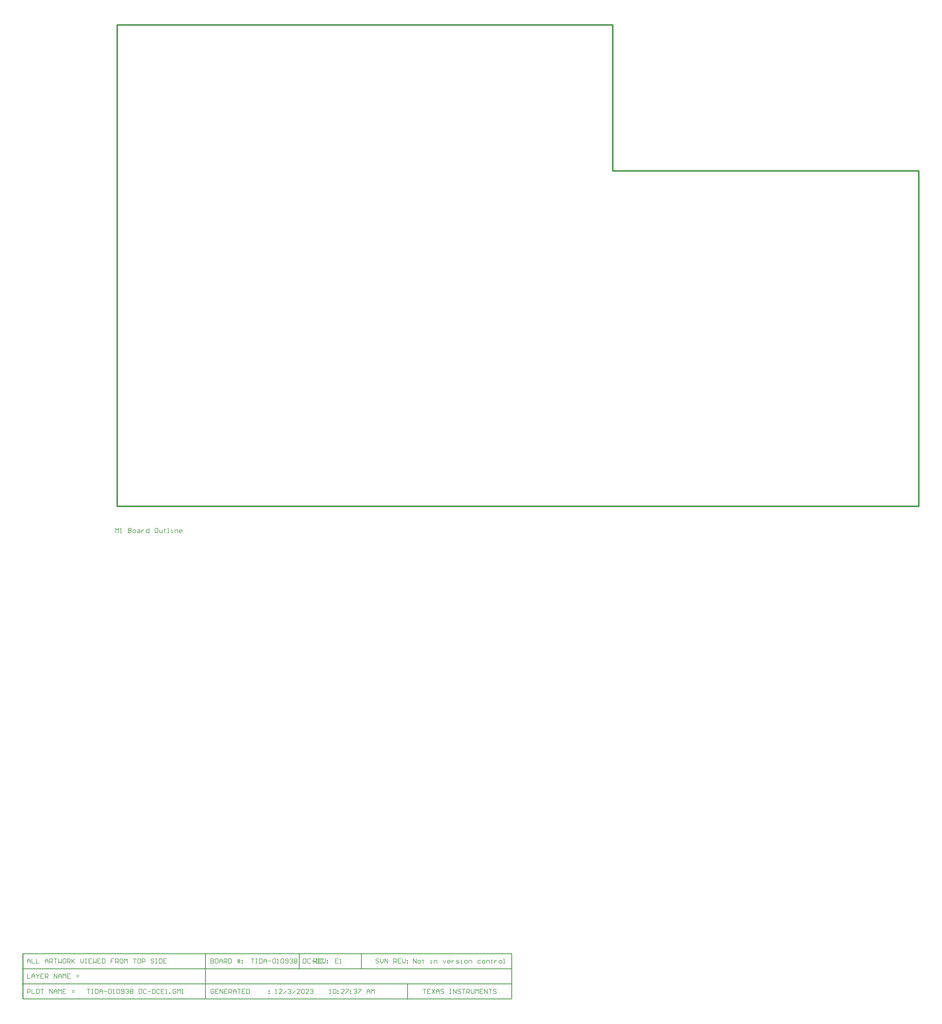
<source format=gm1>
G04*
G04 #@! TF.GenerationSoftware,Altium Limited,Altium Designer,23.1.1 (15)*
G04*
G04 Layer_Color=16711935*
%FSAX44Y44*%
%MOMM*%
G71*
G04*
G04 #@! TF.SameCoordinates,A3571568-9A21-437D-865F-2304E57EA7B7*
G04*
G04*
G04 #@! TF.FilePolarity,Positive*
G04*
G01*
G75*
%ADD13C,0.5000*%
%ADD22C,0.2540*%
%ADD28C,0.2032*%
G04:AMPARAMS|DCode=137|XSize=0.0414mm|YSize=0.063mm|CornerRadius=0mm|HoleSize=0mm|Usage=FLASHONLY|Rotation=84.814|XOffset=0mm|YOffset=0mm|HoleType=Round|Shape=Rectangle|*
%AMROTATEDRECTD137*
4,1,4,0.0295,-0.0235,-0.0332,-0.0178,-0.0295,0.0235,0.0332,0.0178,0.0295,-0.0235,0.0*
%
%ADD137ROTATEDRECTD137*%

G54D13*
X00000000Y00000000D02*
Y01650000D01*
Y00000000D02*
X02750000D01*
X00000000D02*
Y01650000D01*
X01700000D01*
Y01150000D02*
Y01650000D01*
Y01150000D02*
X02750000D01*
Y00000000D02*
Y01150000D01*
X00000000Y00000000D02*
X02750000D01*
X00000000Y01650000D02*
X01700000D01*
Y01150000D02*
Y01650000D01*
Y01150000D02*
X02750000D01*
Y00000000D02*
Y01150000D01*
G54D22*
X00995108Y-01689560D02*
Y-01638040D01*
X00693102Y-01687909D02*
X01352740D01*
Y-01532969D01*
X00301942Y-01687909D02*
Y-01532969D01*
X-00324168Y-01687909D02*
Y-01532969D01*
X-00324041Y-01687909D02*
X00076136D01*
X-00324041D02*
Y-01532969D01*
Y-01532969D02*
X01352740D01*
X-00324168Y-01687909D02*
X00693102D01*
X-00324168Y-01636262D02*
X01352232D01*
X-00324168Y-01584616D02*
X01352740D01*
X00623760D02*
Y-01532969D01*
X00837120Y-01584616D02*
Y-01532969D01*
G54D28*
X-00005000Y-00090000D02*
Y-00074765D01*
X00000078Y-00079843D01*
X00005157Y-00074765D01*
Y-00090000D01*
X00010235D02*
X00015313D01*
X00012774D01*
Y-00074765D01*
X00010235Y-00077304D01*
X00038166Y-00074765D02*
Y-00090000D01*
X00045784D01*
X00048323Y-00087461D01*
Y-00084922D01*
X00045784Y-00082382D01*
X00038166D01*
X00045784D01*
X00048323Y-00079843D01*
Y-00077304D01*
X00045784Y-00074765D01*
X00038166D01*
X00055940Y-00090000D02*
X00061019D01*
X00063558Y-00087461D01*
Y-00082382D01*
X00061019Y-00079843D01*
X00055940D01*
X00053401Y-00082382D01*
Y-00087461D01*
X00055940Y-00090000D01*
X00071175Y-00079843D02*
X00076254D01*
X00078793Y-00082382D01*
Y-00090000D01*
X00071175D01*
X00068636Y-00087461D01*
X00071175Y-00084922D01*
X00078793D01*
X00083871Y-00079843D02*
Y-00090000D01*
Y-00084922D01*
X00086410Y-00082382D01*
X00088950Y-00079843D01*
X00091489D01*
X00109263Y-00074765D02*
Y-00090000D01*
X00101645D01*
X00099106Y-00087461D01*
Y-00082382D01*
X00101645Y-00079843D01*
X00109263D01*
X00137194Y-00074765D02*
X00132116D01*
X00129577Y-00077304D01*
Y-00087461D01*
X00132116Y-00090000D01*
X00137194D01*
X00139733Y-00087461D01*
Y-00077304D01*
X00137194Y-00074765D01*
X00144811Y-00079843D02*
Y-00087461D01*
X00147351Y-00090000D01*
X00154968D01*
Y-00079843D01*
X00162586Y-00077304D02*
Y-00079843D01*
X00160047D01*
X00165125D01*
X00162586D01*
Y-00087461D01*
X00165125Y-00090000D01*
X00172743D02*
X00177821D01*
X00175282D01*
Y-00074765D01*
X00172743D01*
X00185438Y-00090000D02*
X00190517D01*
X00187978D01*
Y-00079843D01*
X00185438D01*
X00198134Y-00090000D02*
Y-00079843D01*
X00205752D01*
X00208291Y-00082382D01*
Y-00090000D01*
X00220987D02*
X00215909D01*
X00213369Y-00087461D01*
Y-00082382D01*
X00215909Y-00079843D01*
X00220987D01*
X00223526Y-00082382D01*
Y-00084922D01*
X00213369D01*
X01048702Y-01655106D02*
X01058859D01*
X01053780D01*
Y-01670341D01*
X01074094Y-01655106D02*
X01063937D01*
Y-01670341D01*
X01074094D01*
X01063937Y-01662724D02*
X01069015D01*
X01079172Y-01655106D02*
X01089329Y-01670341D01*
Y-01655106D02*
X01079172Y-01670341D01*
X01094407D02*
Y-01660184D01*
X01099486Y-01655106D01*
X01104564Y-01660184D01*
Y-01670341D01*
Y-01662724D01*
X01094407D01*
X01119799Y-01657645D02*
X01117260Y-01655106D01*
X01112181D01*
X01109642Y-01657645D01*
Y-01660184D01*
X01112181Y-01662724D01*
X01117260D01*
X01119799Y-01665263D01*
Y-01667802D01*
X01117260Y-01670341D01*
X01112181D01*
X01109642Y-01667802D01*
X01140113Y-01655106D02*
X01145191D01*
X01142652D01*
Y-01670341D01*
X01140113D01*
X01145191D01*
X01152808D02*
Y-01655106D01*
X01162965Y-01670341D01*
Y-01655106D01*
X01178200Y-01657645D02*
X01175661Y-01655106D01*
X01170583D01*
X01168043Y-01657645D01*
Y-01660184D01*
X01170583Y-01662724D01*
X01175661D01*
X01178200Y-01665263D01*
Y-01667802D01*
X01175661Y-01670341D01*
X01170583D01*
X01168043Y-01667802D01*
X01183279Y-01655106D02*
X01193435D01*
X01188357D01*
Y-01670341D01*
X01198514D02*
Y-01655106D01*
X01206131D01*
X01208670Y-01657645D01*
Y-01662724D01*
X01206131Y-01665263D01*
X01198514D01*
X01203592D02*
X01208670Y-01670341D01*
X01213749Y-01655106D02*
Y-01667802D01*
X01216288Y-01670341D01*
X01221366D01*
X01223905Y-01667802D01*
Y-01655106D01*
X01228984Y-01670341D02*
Y-01655106D01*
X01234062Y-01660184D01*
X01239140Y-01655106D01*
Y-01670341D01*
X01254376Y-01655106D02*
X01244219D01*
Y-01670341D01*
X01254376D01*
X01244219Y-01662724D02*
X01249297D01*
X01259454Y-01670341D02*
Y-01655106D01*
X01269611Y-01670341D01*
Y-01655106D01*
X01274689D02*
X01284846D01*
X01279767D01*
Y-01670341D01*
X01300081Y-01657645D02*
X01297542Y-01655106D01*
X01292463D01*
X01289924Y-01657645D01*
Y-01660184D01*
X01292463Y-01662724D01*
X01297542D01*
X01300081Y-01665263D01*
Y-01667802D01*
X01297542Y-01670341D01*
X01292463D01*
X01289924Y-01667802D01*
X00727519Y-01670341D02*
X00732597D01*
X00730058D01*
Y-01655106D01*
X00727519Y-01657645D01*
X00740215D02*
X00742754Y-01655106D01*
X00747832D01*
X00750372Y-01657645D01*
Y-01667802D01*
X00747832Y-01670341D01*
X00742754D01*
X00740215Y-01667802D01*
Y-01657645D01*
X00755450Y-01660184D02*
X00757989D01*
Y-01662724D01*
X00755450D01*
Y-01660184D01*
Y-01667802D02*
X00757989D01*
Y-01670341D01*
X00755450D01*
Y-01667802D01*
X00778303Y-01670341D02*
X00768146D01*
X00778303Y-01660184D01*
Y-01657645D01*
X00775763Y-01655106D01*
X00770685D01*
X00768146Y-01657645D01*
X00783381Y-01655106D02*
X00793538D01*
Y-01657645D01*
X00783381Y-01667802D01*
Y-01670341D01*
X00798616Y-01660184D02*
X00801155D01*
Y-01662724D01*
X00798616D01*
Y-01660184D01*
Y-01667802D02*
X00801155D01*
Y-01670341D01*
X00798616D01*
Y-01667802D01*
X00811312Y-01657645D02*
X00813851Y-01655106D01*
X00818929D01*
X00821469Y-01657645D01*
Y-01660184D01*
X00818929Y-01662724D01*
X00816390D01*
X00818929D01*
X00821469Y-01665263D01*
Y-01667802D01*
X00818929Y-01670341D01*
X00813851D01*
X00811312Y-01667802D01*
X00826547Y-01655106D02*
X00836704D01*
Y-01657645D01*
X00826547Y-01667802D01*
Y-01670341D01*
X00857017D02*
Y-01660184D01*
X00862095Y-01655106D01*
X00867174Y-01660184D01*
Y-01670341D01*
Y-01662724D01*
X00857017D01*
X00872252Y-01670341D02*
Y-01655106D01*
X00877330Y-01660184D01*
X00882409Y-01655106D01*
Y-01670341D01*
X-00308039D02*
Y-01655106D01*
X-00300421D01*
X-00297882Y-01657645D01*
Y-01662724D01*
X-00300421Y-01665263D01*
X-00308039D01*
X-00292804Y-01655106D02*
Y-01670341D01*
X-00282647D01*
X-00269951Y-01655106D02*
X-00275030D01*
X-00277569Y-01657645D01*
Y-01667802D01*
X-00275030Y-01670341D01*
X-00269951D01*
X-00267412Y-01667802D01*
Y-01657645D01*
X-00269951Y-01655106D01*
X-00262334D02*
X-00252177D01*
X-00257255D01*
Y-01670341D01*
X-00231864D02*
Y-01655106D01*
X-00221707Y-01670341D01*
Y-01655106D01*
X-00216628Y-01670341D02*
Y-01660184D01*
X-00211550Y-01655106D01*
X-00206472Y-01660184D01*
Y-01670341D01*
Y-01662724D01*
X-00216628D01*
X-00201394Y-01670341D02*
Y-01655106D01*
X-00196315Y-01660184D01*
X-00191237Y-01655106D01*
Y-01670341D01*
X-00176002Y-01655106D02*
X-00186158D01*
Y-01670341D01*
X-00176002D01*
X-00186158Y-01662724D02*
X-00181080D01*
X-00155688Y-01665263D02*
X-00145532D01*
X-00155688Y-01660184D02*
X-00145532D01*
X-00308039Y-01602822D02*
Y-01618057D01*
X-00297882D01*
X-00292804D02*
Y-01607901D01*
X-00287726Y-01602822D01*
X-00282647Y-01607901D01*
Y-01618057D01*
Y-01610440D01*
X-00292804D01*
X-00277569Y-01602822D02*
Y-01605361D01*
X-00272491Y-01610440D01*
X-00267412Y-01605361D01*
Y-01602822D01*
X-00272491Y-01610440D02*
Y-01618057D01*
X-00252177Y-01602822D02*
X-00262334D01*
Y-01618057D01*
X-00252177D01*
X-00262334Y-01610440D02*
X-00257255D01*
X-00247099Y-01618057D02*
Y-01602822D01*
X-00239481D01*
X-00236942Y-01605361D01*
Y-01610440D01*
X-00239481Y-01612979D01*
X-00247099D01*
X-00242020D02*
X-00236942Y-01618057D01*
X-00216628D02*
Y-01602822D01*
X-00206472Y-01618057D01*
Y-01602822D01*
X-00201394Y-01618057D02*
Y-01607901D01*
X-00196315Y-01602822D01*
X-00191237Y-01607901D01*
Y-01618057D01*
Y-01610440D01*
X-00201394D01*
X-00186158Y-01618057D02*
Y-01602822D01*
X-00181080Y-01607901D01*
X-00176002Y-01602822D01*
Y-01618057D01*
X-00160767Y-01602822D02*
X-00170923D01*
Y-01618057D01*
X-00160767D01*
X-00170923Y-01610440D02*
X-00165845D01*
X-00140453Y-01612979D02*
X-00130296D01*
X-00140453Y-01607901D02*
X-00130296D01*
X00320992Y-01551304D02*
Y-01566539D01*
X00328610D01*
X00331149Y-01564000D01*
Y-01561461D01*
X00328610Y-01558922D01*
X00320992D01*
X00328610D01*
X00331149Y-01556383D01*
Y-01553844D01*
X00328610Y-01551304D01*
X00320992D01*
X00343845D02*
X00338766D01*
X00336227Y-01553844D01*
Y-01564000D01*
X00338766Y-01566539D01*
X00343845D01*
X00346384Y-01564000D01*
Y-01553844D01*
X00343845Y-01551304D01*
X00351462Y-01566539D02*
Y-01556383D01*
X00356540Y-01551304D01*
X00361619Y-01556383D01*
Y-01566539D01*
Y-01558922D01*
X00351462D01*
X00366697Y-01566539D02*
Y-01551304D01*
X00374315D01*
X00376854Y-01553844D01*
Y-01558922D01*
X00374315Y-01561461D01*
X00366697D01*
X00371776D02*
X00376854Y-01566539D01*
X00381932Y-01551304D02*
Y-01566539D01*
X00389550D01*
X00392089Y-01564000D01*
Y-01553844D01*
X00389550Y-01551304D01*
X00381932D01*
X00414942Y-01566539D02*
Y-01551304D01*
X00420020D02*
Y-01566539D01*
X00412402Y-01556383D02*
X00420020D01*
X00422559D01*
X00412402Y-01561461D02*
X00422559D01*
X00427637Y-01556383D02*
X00430177D01*
Y-01558922D01*
X00427637D01*
Y-01556383D01*
Y-01564000D02*
X00430177D01*
Y-01566539D01*
X00427637D01*
Y-01564000D01*
X00459549Y-01551304D02*
X00469706D01*
X00464627D01*
Y-01566539D01*
X00474784Y-01551304D02*
X00479862D01*
X00477323D01*
Y-01566539D01*
X00474784D01*
X00479862D01*
X00487480Y-01551304D02*
Y-01566539D01*
X00495098D01*
X00497637Y-01564000D01*
Y-01553844D01*
X00495098Y-01551304D01*
X00487480D01*
X00502715Y-01566539D02*
Y-01556383D01*
X00507793Y-01551304D01*
X00512872Y-01556383D01*
Y-01566539D01*
Y-01558922D01*
X00502715D01*
X00517950D02*
X00528107D01*
X00533185Y-01553844D02*
X00535724Y-01551304D01*
X00540803D01*
X00543342Y-01553844D01*
Y-01564000D01*
X00540803Y-01566539D01*
X00535724D01*
X00533185Y-01564000D01*
Y-01553844D01*
X00548420Y-01566539D02*
X00553499D01*
X00550960D01*
Y-01551304D01*
X00548420Y-01553844D01*
X00561116D02*
X00563655Y-01551304D01*
X00568734D01*
X00571273Y-01553844D01*
Y-01564000D01*
X00568734Y-01566539D01*
X00563655D01*
X00561116Y-01564000D01*
Y-01553844D01*
X00576351Y-01564000D02*
X00578890Y-01566539D01*
X00583969D01*
X00586508Y-01564000D01*
Y-01553844D01*
X00583969Y-01551304D01*
X00578890D01*
X00576351Y-01553844D01*
Y-01556383D01*
X00578890Y-01558922D01*
X00586508D01*
X00591586Y-01553844D02*
X00594126Y-01551304D01*
X00599204D01*
X00601743Y-01553844D01*
Y-01556383D01*
X00599204Y-01558922D01*
X00596665D01*
X00599204D01*
X00601743Y-01561461D01*
Y-01564000D01*
X00599204Y-01566539D01*
X00594126D01*
X00591586Y-01564000D01*
X00606821Y-01553844D02*
X00609361Y-01551304D01*
X00614439D01*
X00616978Y-01553844D01*
Y-01556383D01*
X00614439Y-01558922D01*
X00616978Y-01561461D01*
Y-01564000D01*
X00614439Y-01566539D01*
X00609361D01*
X00606821Y-01564000D01*
Y-01561461D01*
X00609361Y-01558922D01*
X00606821Y-01556383D01*
Y-01553844D01*
X00609361Y-01558922D02*
X00614439D01*
X00637291Y-01551304D02*
Y-01566539D01*
X00644909D01*
X00647448Y-01564000D01*
Y-01553844D01*
X00644909Y-01551304D01*
X00637291D01*
X00662683Y-01553844D02*
X00660144Y-01551304D01*
X00655066D01*
X00652527Y-01553844D01*
Y-01564000D01*
X00655066Y-01566539D01*
X00660144D01*
X00662683Y-01564000D01*
X00667762Y-01558922D02*
X00677918D01*
X00682997Y-01551304D02*
Y-01566539D01*
X00690614D01*
X00693154Y-01564000D01*
Y-01553844D01*
X00690614Y-01551304D01*
X00682997D01*
X00708389Y-01553844D02*
X00705849Y-01551304D01*
X00700771D01*
X00698232Y-01553844D01*
Y-01564000D01*
X00700771Y-01566539D01*
X00705849D01*
X00708389Y-01564000D01*
X00758250Y-01551304D02*
X00748093D01*
Y-01566539D01*
X00758250D01*
X00748093Y-01558922D02*
X00753171D01*
X00763328Y-01566539D02*
X00768406D01*
X00765867D01*
Y-01551304D01*
X00763328Y-01553844D01*
X-00308039Y-01566539D02*
Y-01556383D01*
X-00302961Y-01551304D01*
X-00297882Y-01556383D01*
Y-01566539D01*
Y-01558922D01*
X-00308039D01*
X-00292804Y-01551304D02*
Y-01566539D01*
X-00282647D01*
X-00277569Y-01551304D02*
Y-01566539D01*
X-00267412D01*
X-00247099D02*
Y-01556383D01*
X-00242020Y-01551304D01*
X-00236942Y-01556383D01*
Y-01566539D01*
Y-01558922D01*
X-00247099D01*
X-00231864Y-01566539D02*
Y-01551304D01*
X-00224246D01*
X-00221707Y-01553844D01*
Y-01558922D01*
X-00224246Y-01561461D01*
X-00231864D01*
X-00226785D02*
X-00221707Y-01566539D01*
X-00216628Y-01551304D02*
X-00206472D01*
X-00211550D01*
Y-01566539D01*
X-00201394Y-01551304D02*
Y-01566539D01*
X-00196315Y-01561461D01*
X-00191237Y-01566539D01*
Y-01551304D01*
X-00178541D02*
X-00183619D01*
X-00186158Y-01553844D01*
Y-01564000D01*
X-00183619Y-01566539D01*
X-00178541D01*
X-00176002Y-01564000D01*
Y-01553844D01*
X-00178541Y-01551304D01*
X-00170923Y-01566539D02*
Y-01551304D01*
X-00163306D01*
X-00160767Y-01553844D01*
Y-01558922D01*
X-00163306Y-01561461D01*
X-00170923D01*
X-00165845D02*
X-00160767Y-01566539D01*
X-00155688Y-01551304D02*
Y-01566539D01*
Y-01561461D01*
X-00145532Y-01551304D01*
X-00153149Y-01558922D01*
X-00145532Y-01566539D01*
X-00125218Y-01551304D02*
Y-01561461D01*
X-00120140Y-01566539D01*
X-00115061Y-01561461D01*
Y-01551304D01*
X-00109983D02*
X-00104905D01*
X-00107444D01*
Y-01566539D01*
X-00109983D01*
X-00104905D01*
X-00087130Y-01551304D02*
X-00097287D01*
Y-01566539D01*
X-00087130D01*
X-00097287Y-01558922D02*
X-00092209D01*
X-00082052Y-01551304D02*
Y-01566539D01*
X-00076974Y-01561461D01*
X-00071895Y-01566539D01*
Y-01551304D01*
X-00056660D02*
X-00066817D01*
Y-01566539D01*
X-00056660D01*
X-00066817Y-01558922D02*
X-00061739D01*
X-00051582Y-01551304D02*
Y-01566539D01*
X-00043964D01*
X-00041425Y-01564000D01*
Y-01553844D01*
X-00043964Y-01551304D01*
X-00051582D01*
X-00010955D02*
X-00021112D01*
Y-01558922D01*
X-00016033D01*
X-00021112D01*
Y-01566539D01*
X-00005877D02*
Y-01551304D01*
X00001741D01*
X00004280Y-01553844D01*
Y-01558922D01*
X00001741Y-01561461D01*
X-00005877D01*
X-00000798D02*
X00004280Y-01566539D01*
X00016976Y-01551304D02*
X00011897D01*
X00009358Y-01553844D01*
Y-01564000D01*
X00011897Y-01566539D01*
X00016976D01*
X00019515Y-01564000D01*
Y-01553844D01*
X00016976Y-01551304D01*
X00024593Y-01566539D02*
Y-01551304D01*
X00029672Y-01556383D01*
X00034750Y-01551304D01*
Y-01566539D01*
X00055064Y-01551304D02*
X00065220D01*
X00060142D01*
Y-01566539D01*
X00077916Y-01551304D02*
X00072838D01*
X00070299Y-01553844D01*
Y-01564000D01*
X00072838Y-01566539D01*
X00077916D01*
X00080455Y-01564000D01*
Y-01553844D01*
X00077916Y-01551304D01*
X00085534Y-01566539D02*
Y-01551304D01*
X00093151D01*
X00095690Y-01553844D01*
Y-01558922D01*
X00093151Y-01561461D01*
X00085534D01*
X00126161Y-01553844D02*
X00123621Y-01551304D01*
X00118543D01*
X00116004Y-01553844D01*
Y-01556383D01*
X00118543Y-01558922D01*
X00123621D01*
X00126161Y-01561461D01*
Y-01564000D01*
X00123621Y-01566539D01*
X00118543D01*
X00116004Y-01564000D01*
X00131239Y-01551304D02*
X00136317D01*
X00133778D01*
Y-01566539D01*
X00131239D01*
X00136317D01*
X00143935Y-01551304D02*
Y-01566539D01*
X00151552D01*
X00154092Y-01564000D01*
Y-01553844D01*
X00151552Y-01551304D01*
X00143935D01*
X00169327D02*
X00159170D01*
Y-01566539D01*
X00169327D01*
X00159170Y-01558922D02*
X00164248D01*
X00331657Y-01657645D02*
X00329118Y-01655106D01*
X00324039D01*
X00321500Y-01657645D01*
Y-01667802D01*
X00324039Y-01670341D01*
X00329118D01*
X00331657Y-01667802D01*
Y-01662724D01*
X00326578D01*
X00346892Y-01655106D02*
X00336735D01*
Y-01670341D01*
X00346892D01*
X00336735Y-01662724D02*
X00341813D01*
X00351970Y-01670341D02*
Y-01655106D01*
X00362127Y-01670341D01*
Y-01655106D01*
X00377362D02*
X00367205D01*
Y-01670341D01*
X00377362D01*
X00367205Y-01662724D02*
X00372284D01*
X00382440Y-01670341D02*
Y-01655106D01*
X00390058D01*
X00392597Y-01657645D01*
Y-01662724D01*
X00390058Y-01665263D01*
X00382440D01*
X00387519D02*
X00392597Y-01670341D01*
X00397675D02*
Y-01660184D01*
X00402754Y-01655106D01*
X00407832Y-01660184D01*
Y-01670341D01*
Y-01662724D01*
X00397675D01*
X00412910Y-01655106D02*
X00423067D01*
X00417989D01*
Y-01670341D01*
X00438302Y-01655106D02*
X00428145D01*
Y-01670341D01*
X00438302D01*
X00428145Y-01662724D02*
X00433224D01*
X00443381Y-01655106D02*
Y-01670341D01*
X00450998D01*
X00453537Y-01667802D01*
Y-01657645D01*
X00450998Y-01655106D01*
X00443381D01*
X00519556Y-01660184D02*
X00522095D01*
Y-01662724D01*
X00519556D01*
Y-01660184D01*
Y-01667802D02*
X00522095D01*
Y-01670341D01*
X00519556D01*
Y-01667802D01*
X00542353Y-01670341D02*
X00547431D01*
X00544892D01*
Y-01655106D01*
X00542353Y-01657645D01*
X00565206Y-01670341D02*
X00555049D01*
X00565206Y-01660184D01*
Y-01657645D01*
X00562666Y-01655106D01*
X00557588D01*
X00555049Y-01657645D01*
X00570284Y-01670341D02*
X00580441Y-01660184D01*
X00585519Y-01657645D02*
X00588058Y-01655106D01*
X00593137D01*
X00595676Y-01657645D01*
Y-01660184D01*
X00593137Y-01662724D01*
X00590597D01*
X00593137D01*
X00595676Y-01665263D01*
Y-01667802D01*
X00593137Y-01670341D01*
X00588058D01*
X00585519Y-01667802D01*
X00600754Y-01670341D02*
X00610911Y-01660184D01*
X00626146Y-01670341D02*
X00615989D01*
X00626146Y-01660184D01*
Y-01657645D01*
X00623607Y-01655106D01*
X00618528D01*
X00615989Y-01657645D01*
X00631224D02*
X00633764Y-01655106D01*
X00638842D01*
X00641381Y-01657645D01*
Y-01667802D01*
X00638842Y-01670341D01*
X00633764D01*
X00631224Y-01667802D01*
Y-01657645D01*
X00656616Y-01670341D02*
X00646459D01*
X00656616Y-01660184D01*
Y-01657645D01*
X00654077Y-01655106D01*
X00648998D01*
X00646459Y-01657645D01*
X00661694D02*
X00664234Y-01655106D01*
X00669312D01*
X00671851Y-01657645D01*
Y-01660184D01*
X00669312Y-01662724D01*
X00666773D01*
X00669312D01*
X00671851Y-01665263D01*
Y-01667802D01*
X00669312Y-01670341D01*
X00664234D01*
X00661694Y-01667802D01*
X-00103442Y-01655106D02*
X-00093285D01*
X-00098364D01*
Y-01670341D01*
X-00088207Y-01655106D02*
X-00083129D01*
X-00085668D01*
Y-01670341D01*
X-00088207D01*
X-00083129D01*
X-00075511Y-01655106D02*
Y-01670341D01*
X-00067894D01*
X-00065354Y-01667802D01*
Y-01657645D01*
X-00067894Y-01655106D01*
X-00075511D01*
X-00060276Y-01670341D02*
Y-01660184D01*
X-00055198Y-01655106D01*
X-00050119Y-01660184D01*
Y-01670341D01*
Y-01662724D01*
X-00060276D01*
X-00045041D02*
X-00034884D01*
X-00029806Y-01657645D02*
X-00027267Y-01655106D01*
X-00022188D01*
X-00019649Y-01657645D01*
Y-01667802D01*
X-00022188Y-01670341D01*
X-00027267D01*
X-00029806Y-01667802D01*
Y-01657645D01*
X-00014571Y-01670341D02*
X-00009492D01*
X-00012032D01*
Y-01655106D01*
X-00014571Y-01657645D01*
X-00001875D02*
X00000664Y-01655106D01*
X00005743D01*
X00008282Y-01657645D01*
Y-01667802D01*
X00005743Y-01670341D01*
X00000664D01*
X-00001875Y-01667802D01*
Y-01657645D01*
X00013360Y-01667802D02*
X00015899Y-01670341D01*
X00020978D01*
X00023517Y-01667802D01*
Y-01657645D01*
X00020978Y-01655106D01*
X00015899D01*
X00013360Y-01657645D01*
Y-01660184D01*
X00015899Y-01662724D01*
X00023517D01*
X00028595Y-01657645D02*
X00031135Y-01655106D01*
X00036213D01*
X00038752Y-01657645D01*
Y-01660184D01*
X00036213Y-01662724D01*
X00033674D01*
X00036213D01*
X00038752Y-01665263D01*
Y-01667802D01*
X00036213Y-01670341D01*
X00031135D01*
X00028595Y-01667802D01*
X00043830Y-01657645D02*
X00046370Y-01655106D01*
X00051448D01*
X00053987Y-01657645D01*
Y-01660184D01*
X00051448Y-01662724D01*
X00053987Y-01665263D01*
Y-01667802D01*
X00051448Y-01670341D01*
X00046370D01*
X00043830Y-01667802D01*
Y-01665263D01*
X00046370Y-01662724D01*
X00043830Y-01660184D01*
Y-01657645D01*
X00046370Y-01662724D02*
X00051448D01*
X00074300Y-01655106D02*
Y-01670341D01*
X00081918D01*
X00084457Y-01667802D01*
Y-01657645D01*
X00081918Y-01655106D01*
X00074300D01*
X00099692Y-01657645D02*
X00097153Y-01655106D01*
X00092075D01*
X00089536Y-01657645D01*
Y-01667802D01*
X00092075Y-01670341D01*
X00097153D01*
X00099692Y-01667802D01*
X00104771Y-01662724D02*
X00114927D01*
X00120006Y-01655106D02*
Y-01670341D01*
X00127623D01*
X00130162Y-01667802D01*
Y-01657645D01*
X00127623Y-01655106D01*
X00120006D01*
X00145398Y-01657645D02*
X00142858Y-01655106D01*
X00137780D01*
X00135241Y-01657645D01*
Y-01667802D01*
X00137780Y-01670341D01*
X00142858D01*
X00145398Y-01667802D01*
X00160633Y-01655106D02*
X00150476D01*
Y-01670341D01*
X00160633D01*
X00150476Y-01662724D02*
X00155554D01*
X00165711Y-01670341D02*
X00170789D01*
X00168250D01*
Y-01655106D01*
X00165711Y-01657645D01*
X00178407Y-01670341D02*
Y-01667802D01*
X00180946D01*
Y-01670341D01*
X00178407D01*
X00201259Y-01657645D02*
X00198720Y-01655106D01*
X00193642D01*
X00191103Y-01657645D01*
Y-01667802D01*
X00193642Y-01670341D01*
X00198720D01*
X00201259Y-01667802D01*
Y-01662724D01*
X00196181D01*
X00206338Y-01670341D02*
Y-01655106D01*
X00211416Y-01660184D01*
X00216495Y-01655106D01*
Y-01670341D01*
X00221573D02*
X00226651D01*
X00224112D01*
Y-01655106D01*
X00221573Y-01657645D01*
X00674052Y-01566539D02*
Y-01551304D01*
X00681670D01*
X00684209Y-01553844D01*
Y-01558922D01*
X00681670Y-01561461D01*
X00674052D01*
X00679130D02*
X00684209Y-01566539D01*
X00699444Y-01551304D02*
X00689287D01*
Y-01566539D01*
X00699444D01*
X00689287Y-01558922D02*
X00694365D01*
X00704522Y-01551304D02*
Y-01561461D01*
X00709601Y-01566539D01*
X00714679Y-01561461D01*
Y-01551304D01*
X00719757Y-01556383D02*
X00722296D01*
Y-01558922D01*
X00719757D01*
Y-01556383D01*
Y-01564000D02*
X00722296D01*
Y-01566539D01*
X00719757D01*
Y-01564000D01*
X00897061Y-01553844D02*
X00894522Y-01551304D01*
X00889443D01*
X00886904Y-01553844D01*
Y-01556383D01*
X00889443Y-01558922D01*
X00894522D01*
X00897061Y-01561461D01*
Y-01564000D01*
X00894522Y-01566539D01*
X00889443D01*
X00886904Y-01564000D01*
X00902139Y-01551304D02*
Y-01561461D01*
X00907217Y-01566539D01*
X00912296Y-01561461D01*
Y-01551304D01*
X00917374Y-01566539D02*
Y-01551304D01*
X00927531Y-01566539D01*
Y-01551304D01*
X00947844Y-01566539D02*
Y-01551304D01*
X00955462D01*
X00958001Y-01553844D01*
Y-01558922D01*
X00955462Y-01561461D01*
X00947844D01*
X00952923D02*
X00958001Y-01566539D01*
X00973236Y-01551304D02*
X00963079D01*
Y-01566539D01*
X00973236D01*
X00963079Y-01558922D02*
X00968158D01*
X00978315Y-01551304D02*
Y-01561461D01*
X00983393Y-01566539D01*
X00988471Y-01561461D01*
Y-01551304D01*
X00993549Y-01556383D02*
X00996089D01*
Y-01558922D01*
X00993549D01*
Y-01556383D01*
Y-01564000D02*
X00996089D01*
Y-01566539D01*
X00993549D01*
Y-01564000D01*
X01015428Y-01566539D02*
Y-01551304D01*
X01025585Y-01566539D01*
Y-01551304D01*
X01033202Y-01566539D02*
X01038281D01*
X01040820Y-01564000D01*
Y-01558922D01*
X01038281Y-01556383D01*
X01033202D01*
X01030663Y-01558922D01*
Y-01564000D01*
X01033202Y-01566539D01*
X01048437Y-01553844D02*
Y-01556383D01*
X01045898D01*
X01050976D01*
X01048437D01*
Y-01564000D01*
X01050976Y-01566539D01*
X01073829D02*
X01078907D01*
X01076368D01*
Y-01556383D01*
X01073829D01*
X01086525Y-01566539D02*
Y-01556383D01*
X01094143D01*
X01096682Y-01558922D01*
Y-01566539D01*
X01116995Y-01556383D02*
X01122074Y-01566539D01*
X01127152Y-01556383D01*
X01139848Y-01566539D02*
X01134769D01*
X01132230Y-01564000D01*
Y-01558922D01*
X01134769Y-01556383D01*
X01139848D01*
X01142387Y-01558922D01*
Y-01561461D01*
X01132230D01*
X01147465Y-01556383D02*
Y-01566539D01*
Y-01561461D01*
X01150005Y-01558922D01*
X01152544Y-01556383D01*
X01155083D01*
X01162700Y-01566539D02*
X01170318D01*
X01172857Y-01564000D01*
X01170318Y-01561461D01*
X01165240D01*
X01162700Y-01558922D01*
X01165240Y-01556383D01*
X01172857D01*
X01177935Y-01566539D02*
X01183014D01*
X01180475D01*
Y-01556383D01*
X01177935D01*
X01193170Y-01566539D02*
X01198249D01*
X01200788Y-01564000D01*
Y-01558922D01*
X01198249Y-01556383D01*
X01193170D01*
X01190631Y-01558922D01*
Y-01564000D01*
X01193170Y-01566539D01*
X01205866D02*
Y-01556383D01*
X01213484D01*
X01216023Y-01558922D01*
Y-01566539D01*
X01246493Y-01556383D02*
X01238876D01*
X01236337Y-01558922D01*
Y-01564000D01*
X01238876Y-01566539D01*
X01246493D01*
X01254111D02*
X01259189D01*
X01261728Y-01564000D01*
Y-01558922D01*
X01259189Y-01556383D01*
X01254111D01*
X01251572Y-01558922D01*
Y-01564000D01*
X01254111Y-01566539D01*
X01266807D02*
Y-01556383D01*
X01274424D01*
X01276963Y-01558922D01*
Y-01566539D01*
X01284581Y-01553844D02*
Y-01556383D01*
X01282042D01*
X01287120D01*
X01284581D01*
Y-01564000D01*
X01287120Y-01566539D01*
X01294738Y-01556383D02*
Y-01566539D01*
Y-01561461D01*
X01297277Y-01558922D01*
X01299816Y-01556383D01*
X01302355D01*
X01312512Y-01566539D02*
X01317590D01*
X01320129Y-01564000D01*
Y-01558922D01*
X01317590Y-01556383D01*
X01312512D01*
X01309973Y-01558922D01*
Y-01564000D01*
X01312512Y-01566539D01*
X01325208D02*
X01330286D01*
X01327747D01*
Y-01551304D01*
X01325208D01*
G54D137*
X01839207Y01251264D02*
D03*
M02*

</source>
